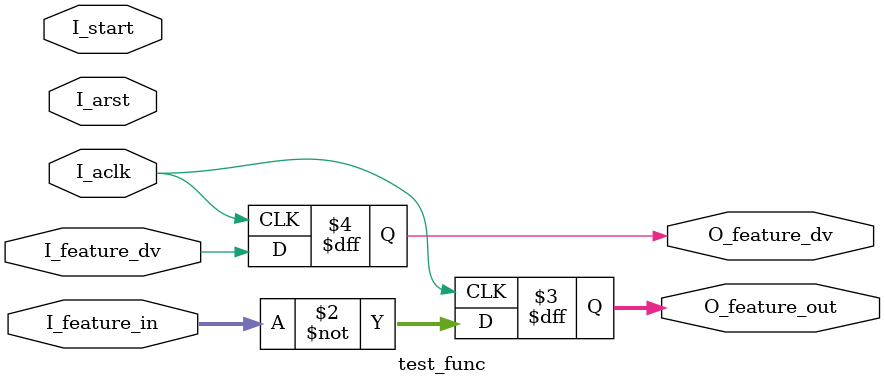
<source format=v>
`timescale 1ns / 1ps

module test_func(
    input                  I_aclk,
    input                  I_arst,
    input                  I_start,
    //data in
    input    [127:0]       I_feature_in,
    input                  I_feature_dv,
    //data out
    output reg  [127:0]    O_feature_out,
    output reg             O_feature_dv
    );
    
    reg      [7:0]         S_wait_cnt;  
    reg                    S_wait_flag;
    
    always@ (posedge I_aclk)
    begin
//        if (I_start)
        begin
            O_feature_out <= ~I_feature_in;
            O_feature_dv <= I_feature_dv;
        end
    end
endmodule

</source>
